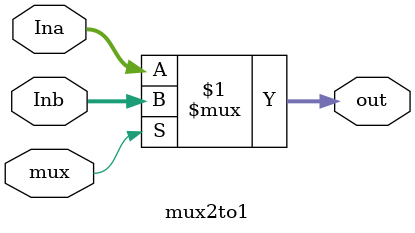
<source format=v>
module mux2to1 #(parameter N = 8) (
    input mux,
    input [N-1:0] Ina, Inb,
    output [N-1:0] out
);
    assign out = mux ? Inb : Ina;
endmodule
</source>
